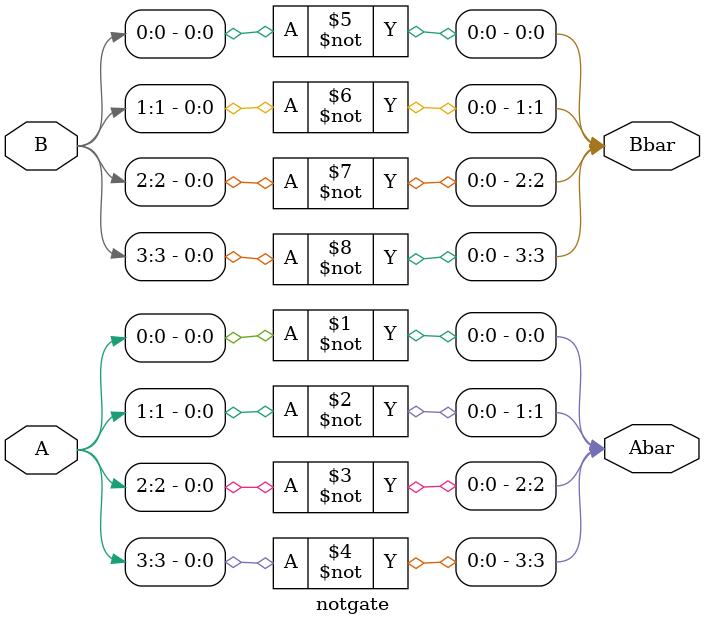
<source format=v>
`timescale 1ns / 1ps
module notgate(A,B,Abar,Bbar);
input		[3:0]A;
input		[3:0]B;
output	[3:0]Abar;
output	[3:0]Bbar;
	
	not	(Abar[0],A[0]);
	not	(Abar[1],A[1]);
	not	(Abar[2],A[2]);
	not	(Abar[3],A[3]);
	
	not	(Bbar[0],B[0]);
	not	(Bbar[1],B[1]);
	not	(Bbar[2],B[2]);
	not	(Bbar[3],B[3]);	
	
endmodule

</source>
